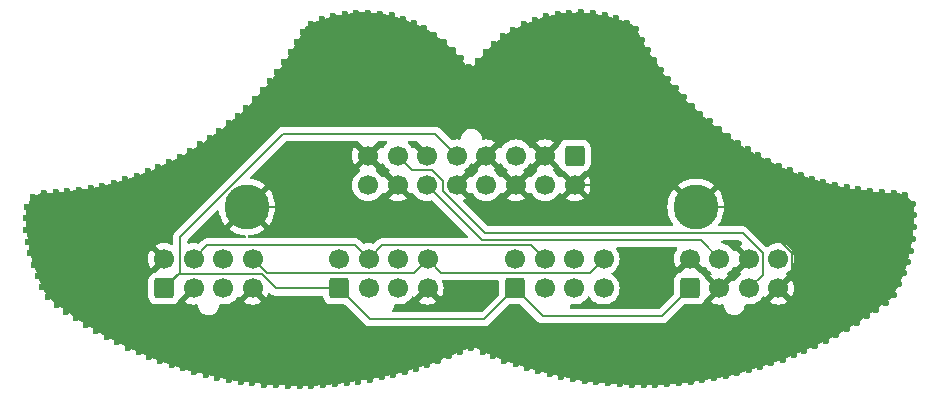
<source format=gbr>
%TF.GenerationSoftware,KiCad,Pcbnew,8.0.1-rc1*%
%TF.CreationDate,2024-05-02T00:25:51-04:00*%
%TF.ProjectId,Mustachio_v2,4d757374-6163-4686-996f-5f76322e6b69,rev?*%
%TF.SameCoordinates,Original*%
%TF.FileFunction,Copper,L1,Top*%
%TF.FilePolarity,Positive*%
%FSLAX46Y46*%
G04 Gerber Fmt 4.6, Leading zero omitted, Abs format (unit mm)*
G04 Created by KiCad (PCBNEW 8.0.1-rc1) date 2024-05-02 00:25:51*
%MOMM*%
%LPD*%
G01*
G04 APERTURE LIST*
G04 Aperture macros list*
%AMRoundRect*
0 Rectangle with rounded corners*
0 $1 Rounding radius*
0 $2 $3 $4 $5 $6 $7 $8 $9 X,Y pos of 4 corners*
0 Add a 4 corners polygon primitive as box body*
4,1,4,$2,$3,$4,$5,$6,$7,$8,$9,$2,$3,0*
0 Add four circle primitives for the rounded corners*
1,1,$1+$1,$2,$3*
1,1,$1+$1,$4,$5*
1,1,$1+$1,$6,$7*
1,1,$1+$1,$8,$9*
0 Add four rect primitives between the rounded corners*
20,1,$1+$1,$2,$3,$4,$5,0*
20,1,$1+$1,$4,$5,$6,$7,0*
20,1,$1+$1,$6,$7,$8,$9,0*
20,1,$1+$1,$8,$9,$2,$3,0*%
G04 Aperture macros list end*
%TA.AperFunction,ComponentPad*%
%ADD10C,3.800000*%
%TD*%
%TA.AperFunction,ComponentPad*%
%ADD11RoundRect,0.250000X0.600000X-0.600000X0.600000X0.600000X-0.600000X0.600000X-0.600000X-0.600000X0*%
%TD*%
%TA.AperFunction,ComponentPad*%
%ADD12C,1.700000*%
%TD*%
%TA.AperFunction,ComponentPad*%
%ADD13RoundRect,0.250000X-0.600000X0.600000X-0.600000X-0.600000X0.600000X-0.600000X0.600000X0.600000X0*%
%TD*%
%TA.AperFunction,ViaPad*%
%ADD14C,0.600000*%
%TD*%
%TA.AperFunction,Conductor*%
%ADD15C,0.200000*%
%TD*%
G04 APERTURE END LIST*
D10*
%TO.P,H102,1,1*%
%TO.N,GND*%
X96200000Y-49900000D03*
%TD*%
%TO.P,H101,1,1*%
%TO.N,GND*%
X134200000Y-49900000D03*
%TD*%
D11*
%TO.P,PROXI,1,Pin_1*%
%TO.N,Vcc_3v3*%
X118900000Y-56800000D03*
D12*
%TO.P,PROXI,2,Pin_2*%
%TO.N,unconnected-(J105-Pin_2-Pad2)*%
X121400000Y-56800000D03*
%TO.P,PROXI,3,Pin_3*%
%TO.N,SCL_I2C*%
X123900000Y-56800000D03*
%TO.P,PROXI,4,Pin_4*%
%TO.N,unconnected-(J105-Pin_4-Pad4)*%
X126400000Y-56800000D03*
%TO.P,PROXI,5,Pin_5*%
%TO.N,GND*%
X118900000Y-54300000D03*
%TO.P,PROXI,6,Pin_6*%
%TO.N,SDA_I2C*%
X121400000Y-54300000D03*
%TO.P,PROXI,7,Pin_7*%
%TO.N,unconnected-(J105-Pin_7-Pad7)*%
X123900000Y-54300000D03*
%TO.P,PROXI,8,Pin_8*%
%TO.N,RESET*%
X126400000Y-54300000D03*
%TD*%
D11*
%TO.P,BNO_2,1,Pin_1*%
%TO.N,Vcc_3v3*%
X104000000Y-56800000D03*
D12*
%TO.P,BNO_2,2,Pin_2*%
%TO.N,GND*%
X106500000Y-56800000D03*
%TO.P,BNO_2,3,Pin_3*%
%TO.N,SCL_I2C*%
X109000000Y-56800000D03*
%TO.P,BNO_2,4,Pin_4*%
%TO.N,GND*%
X111500000Y-56800000D03*
%TO.P,BNO_2,5,Pin_5*%
X104000000Y-54300000D03*
%TO.P,BNO_2,6,Pin_6*%
%TO.N,SDA_I2C*%
X106500000Y-54300000D03*
%TO.P,BNO_2,7,Pin_7*%
%TO.N,GND*%
X109000000Y-54300000D03*
%TO.P,BNO_2,8,Pin_8*%
%TO.N,RESET*%
X111500000Y-54300000D03*
%TD*%
D11*
%TO.P,BNO_1,1,Pin_1*%
%TO.N,Vcc_3v3*%
X89200000Y-56800000D03*
D12*
%TO.P,BNO_1,2,Pin_2*%
%TO.N,GND*%
X91700000Y-56800000D03*
%TO.P,BNO_1,3,Pin_3*%
%TO.N,SCL_I2C*%
X94200000Y-56800000D03*
%TO.P,BNO_1,4,Pin_4*%
%TO.N,GND*%
X96700000Y-56800000D03*
%TO.P,BNO_1,5,Pin_5*%
X89200000Y-54300000D03*
%TO.P,BNO_1,6,Pin_6*%
%TO.N,SDA_I2C*%
X91700000Y-54300000D03*
%TO.P,BNO_1,7,Pin_7*%
%TO.N,GND*%
X94200000Y-54300000D03*
%TO.P,BNO_1,8,Pin_8*%
%TO.N,RESET*%
X96700000Y-54300000D03*
%TD*%
%TO.P,ENCODEUR,8,Pin_8*%
%TO.N,unconnected-(J102-Pin_8-Pad8)*%
X141200000Y-54300000D03*
%TO.P,ENCODEUR,7,Pin_7*%
%TO.N,GND*%
X138700000Y-54300000D03*
%TO.P,ENCODEUR,6,Pin_6*%
%TO.N,ENC_IntB*%
X136200000Y-54300000D03*
%TO.P,ENCODEUR,5,Pin_5*%
%TO.N,GND*%
X133700000Y-54300000D03*
%TO.P,ENCODEUR,4,Pin_4*%
X141200000Y-56800000D03*
%TO.P,ENCODEUR,3,Pin_3*%
%TO.N,ENC_IntA*%
X138700000Y-56800000D03*
%TO.P,ENCODEUR,2,Pin_2*%
%TO.N,GND*%
X136200000Y-56800000D03*
D11*
%TO.P,ENCODEUR,1,Pin_1*%
%TO.N,Vcc_3v3*%
X133700000Y-56800000D03*
%TD*%
D13*
%TO.P,J101,1,Pin_1*%
%TO.N,Vcc_3v3*%
X123950000Y-45540000D03*
D12*
%TO.P,J101,2,Pin_2*%
%TO.N,GND*%
X121450000Y-45540000D03*
%TO.P,J101,3,Pin_3*%
%TO.N,SCL_I2C*%
X118950000Y-45540000D03*
%TO.P,J101,4,Pin_4*%
%TO.N,GND*%
X116450000Y-45540000D03*
%TO.P,J101,5,Pin_5*%
%TO.N,Vcc_3v3*%
X113950000Y-45540000D03*
%TO.P,J101,6,Pin_6*%
%TO.N,GND*%
X111450000Y-45540000D03*
%TO.P,J101,7,Pin_7*%
%TO.N,ENC_IntA*%
X108950000Y-45540000D03*
%TO.P,J101,8,Pin_8*%
%TO.N,GND*%
X106450000Y-45540000D03*
%TO.P,J101,9,Pin_9*%
X123950000Y-48040000D03*
%TO.P,J101,10,Pin_10*%
%TO.N,SDA_I2C*%
X121450000Y-48040000D03*
%TO.P,J101,11,Pin_11*%
%TO.N,GND*%
X118950000Y-48040000D03*
%TO.P,J101,12,Pin_12*%
%TO.N,RESET*%
X116450000Y-48040000D03*
%TO.P,J101,13,Pin_13*%
%TO.N,GND*%
X113950000Y-48040000D03*
%TO.P,J101,14,Pin_14*%
%TO.N,ENC_IntB*%
X111450000Y-48040000D03*
%TO.P,J101,15,Pin_15*%
%TO.N,GND*%
X108950000Y-48040000D03*
%TO.P,J101,16,Pin_16*%
%TO.N,unconnected-(J101-Pin_16-Pad16)*%
X106450000Y-48040000D03*
%TD*%
D14*
%TO.N,GND*%
X146060000Y-55830000D03*
X145610000Y-50900000D03*
X129970000Y-45720000D03*
X129720000Y-49960000D03*
X101790000Y-46740000D03*
X100660000Y-51330000D03*
X103930000Y-51230000D03*
X111260000Y-51050000D03*
X119930000Y-51010000D03*
X123501898Y-33449226D03*
X122505500Y-33550352D03*
X121530112Y-33771094D03*
X120571412Y-34062136D03*
X119645642Y-34438719D03*
X118758173Y-34903838D03*
X117916389Y-35441210D03*
X117130759Y-36061189D03*
X116410744Y-36757978D03*
X115757877Y-37517752D03*
X114984654Y-38009837D03*
X114301697Y-37325107D03*
X113627008Y-36586204D03*
X112895393Y-35902697D03*
X112081874Y-35317896D03*
X111233719Y-34786171D03*
X110337111Y-34343852D03*
X109397661Y-33997402D03*
X108446509Y-33682370D03*
X107456384Y-33533131D03*
X106459922Y-33444113D03*
X105458752Y-33434773D03*
X104464456Y-33538443D03*
X103487304Y-33759234D03*
X102515667Y-34003891D03*
X101592107Y-34385248D03*
X100920892Y-35087789D03*
X100447227Y-35969834D03*
X99911560Y-36816526D03*
X99373378Y-37661319D03*
X98775337Y-38465128D03*
X98160956Y-39256627D03*
X97525051Y-40030346D03*
X96863281Y-40782673D03*
X96155372Y-41491734D03*
X95414353Y-42165772D03*
X94652422Y-42816063D03*
X93874025Y-43446958D03*
X93056355Y-44026044D03*
X92237082Y-44602863D03*
X91389771Y-45136263D03*
X90518634Y-45630620D03*
X89623045Y-46079794D03*
X88711717Y-46496229D03*
X87790578Y-46889209D03*
X86853909Y-47244999D03*
X85905406Y-47567892D03*
X84942989Y-47846100D03*
X83971115Y-48088763D03*
X82988422Y-48282834D03*
X81999360Y-48442881D03*
X81003939Y-48553845D03*
X80005909Y-48641834D03*
X79005114Y-48687044D03*
X78089480Y-49049528D03*
X77546904Y-49869587D03*
X77490494Y-50864922D03*
X77522054Y-51866311D03*
X77676384Y-52847516D03*
X77872193Y-53828996D03*
X78151963Y-54790513D03*
X78472894Y-55739113D03*
X78883541Y-56653064D03*
X79344945Y-57541375D03*
X80116888Y-58172737D03*
X80923326Y-58766878D03*
X81749969Y-59333091D03*
X82594609Y-59871428D03*
X83451609Y-60390547D03*
X84321423Y-60887102D03*
X85207767Y-61354360D03*
X86105041Y-61799058D03*
X87021101Y-62204976D03*
X87941089Y-62601819D03*
X88875835Y-62959430D03*
X89833494Y-63254094D03*
X90791152Y-63548758D03*
X91748810Y-63843422D03*
X92717617Y-64098458D03*
X93688439Y-64346328D03*
X94675344Y-64518351D03*
X95663650Y-64683140D03*
X96653964Y-64835496D03*
X97650266Y-64932951D03*
X98650143Y-64997620D03*
X99650836Y-65046785D03*
X100652737Y-65050000D03*
X101654579Y-65042394D03*
X102656010Y-65009667D03*
X103653510Y-64921377D03*
X104649566Y-64812717D03*
X105642550Y-64680556D03*
X106633045Y-64529376D03*
X107614543Y-64330833D03*
X108590897Y-64105898D03*
X109559872Y-63850905D03*
X110524669Y-63581394D03*
X111478571Y-63275268D03*
X112419220Y-62930138D03*
X113348519Y-62556088D03*
X114272808Y-62169271D03*
X115209390Y-61822822D03*
X116147392Y-62137591D03*
X117071133Y-62525685D03*
X118000783Y-62897339D03*
X118950651Y-63216223D03*
X119896474Y-63546878D03*
X120866291Y-63797536D03*
X121838766Y-64038753D03*
X122814369Y-64267085D03*
X123799782Y-64446400D03*
X124788555Y-64608211D03*
X125781524Y-64742183D03*
X126779396Y-64830538D03*
X127778157Y-64910610D03*
X128779695Y-64939894D03*
X129781356Y-64957110D03*
X130783135Y-64941883D03*
X131784372Y-64903667D03*
X132782353Y-64815503D03*
X133777822Y-64702631D03*
X134770306Y-64566046D03*
X135759872Y-64408905D03*
X136748425Y-64246888D03*
X137718475Y-63996013D03*
X138685867Y-63735536D03*
X139646770Y-63451632D03*
X140601234Y-63147579D03*
X141548681Y-62821575D03*
X142483255Y-62461836D03*
X143406994Y-62073710D03*
X144330457Y-61685004D03*
X145213349Y-61211256D03*
X146096242Y-60737509D03*
X146969611Y-60247449D03*
X147816167Y-59711465D03*
X148658996Y-59169744D03*
X149489501Y-58609364D03*
X150297943Y-58017549D03*
X150990046Y-57322367D03*
X151434339Y-56424535D03*
X151833165Y-55506282D03*
X152154130Y-54557998D03*
X152411391Y-53590268D03*
X152573007Y-52601490D03*
X152692052Y-51606621D03*
X152715877Y-50605284D03*
X152580310Y-49620888D03*
X151900832Y-48903494D03*
X150946037Y-48674827D03*
X149945775Y-48618550D03*
X148947493Y-48532971D03*
X147954506Y-48402013D03*
X146966327Y-48237793D03*
X145986951Y-48027724D03*
X145016594Y-47778042D03*
X144056727Y-47493110D03*
X143108019Y-47170793D03*
X142181838Y-46789761D03*
X141263677Y-46388766D03*
X140353549Y-45969714D03*
X139474226Y-45491535D03*
X138609717Y-44985017D03*
X137745523Y-44477983D03*
X136921053Y-43908612D03*
X136138317Y-43284083D03*
X135366689Y-42644924D03*
X134595060Y-42005764D03*
X133859869Y-41325848D03*
X133172519Y-40596889D03*
X132524326Y-39833023D03*
X131883681Y-39062627D03*
X131261904Y-38277983D03*
X130699723Y-37448638D03*
X130173508Y-36595975D03*
X129647294Y-35743313D03*
X129169772Y-34862520D03*
X128392092Y-34280040D03*
X127457585Y-33918625D03*
X126487021Y-33671114D03*
X125500700Y-33510477D03*
X124502041Y-33429326D03*
%TD*%
D15*
%TO.N,Vcc_3v3*%
X112110000Y-43700000D02*
X113950000Y-45540000D01*
X99288730Y-43700000D02*
X112110000Y-43700000D01*
X90550000Y-52438730D02*
X99288730Y-43700000D01*
X90550000Y-55450000D02*
X90550000Y-52438730D01*
X89200000Y-56800000D02*
X90550000Y-55450000D01*
X131360000Y-59140000D02*
X133700000Y-56800000D01*
X121240000Y-59140000D02*
X131360000Y-59140000D01*
X118900000Y-56800000D02*
X121240000Y-59140000D01*
%TO.N,GND*%
X142350000Y-55650000D02*
X141200000Y-56800000D01*
X142350000Y-53823654D02*
X142350000Y-55650000D01*
X138426346Y-49900000D02*
X142350000Y-53823654D01*
X134200000Y-49900000D02*
X138426346Y-49900000D01*
X102090000Y-49900000D02*
X106450000Y-45540000D01*
X96200000Y-49900000D02*
X102090000Y-49900000D01*
%TO.N,ENC_IntB*%
X134607300Y-52707300D02*
X136200000Y-54300000D01*
X116117300Y-52707300D02*
X134607300Y-52707300D01*
X111450000Y-48040000D02*
X116117300Y-52707300D01*
%TO.N,RESET*%
X110328100Y-55471900D02*
X111500000Y-54300000D01*
X97871900Y-55471900D02*
X110328100Y-55471900D01*
X96700000Y-54300000D02*
X97871900Y-55471900D01*
X125244600Y-55455400D02*
X126400000Y-54300000D01*
X112655400Y-55455400D02*
X125244600Y-55455400D01*
X111500000Y-54300000D02*
X112655400Y-55455400D01*
%TO.N,SDA_I2C*%
X92852500Y-53147500D02*
X91700000Y-54300000D01*
X105347500Y-53147500D02*
X92852500Y-53147500D01*
X106500000Y-54300000D02*
X105347500Y-53147500D01*
X107651700Y-53148300D02*
X106500000Y-54300000D01*
X120248300Y-53148300D02*
X107651700Y-53148300D01*
X121400000Y-54300000D02*
X120248300Y-53148300D01*
%TO.N,ENC_IntA*%
X139871900Y-55628100D02*
X138700000Y-56800000D01*
X139871900Y-53821200D02*
X139871900Y-55628100D01*
X138173100Y-52122400D02*
X139871900Y-53821200D01*
X116370400Y-52122400D02*
X138173100Y-52122400D01*
X112798300Y-48550300D02*
X116370400Y-52122400D01*
X112798300Y-47722400D02*
X112798300Y-48550300D01*
X111865900Y-46790000D02*
X112798300Y-47722400D01*
X110200000Y-46790000D02*
X111865900Y-46790000D01*
X108950000Y-45540000D02*
X110200000Y-46790000D01*
%TO.N,Vcc_3v3*%
X98628400Y-56800000D02*
X104000000Y-56800000D01*
X97437400Y-55609000D02*
X98628400Y-56800000D01*
X90391000Y-55609000D02*
X97437400Y-55609000D01*
X89200000Y-56800000D02*
X90391000Y-55609000D01*
X106587100Y-59387100D02*
X104000000Y-56800000D01*
X116312900Y-59387100D02*
X106587100Y-59387100D01*
X118900000Y-56800000D02*
X116312900Y-59387100D01*
%TO.N,GND*%
X138700000Y-54300000D02*
X136200000Y-56800000D01*
X116450000Y-45540000D02*
X113950000Y-48040000D01*
X123950000Y-48040000D02*
X121450000Y-45540000D01*
X132340000Y-48040000D02*
X123950000Y-48040000D01*
X134200000Y-49900000D02*
X132340000Y-48040000D01*
X118950000Y-48040000D02*
X121450000Y-45540000D01*
%TD*%
%TA.AperFunction,Conductor*%
%TO.N,GND*%
G36*
X117492539Y-56075585D02*
G01*
X117538294Y-56128389D01*
X117549500Y-56179900D01*
X117549500Y-57249902D01*
X117529815Y-57316941D01*
X117513181Y-57337583D01*
X116100484Y-58750281D01*
X116039161Y-58783766D01*
X116012803Y-58786600D01*
X108632966Y-58786600D01*
X108565927Y-58766915D01*
X108520172Y-58714111D01*
X108510228Y-58644953D01*
X108529865Y-58593708D01*
X108548008Y-58566555D01*
X108548009Y-58566552D01*
X108548013Y-58566547D01*
X108615894Y-58402666D01*
X108649070Y-58235876D01*
X108681454Y-58173967D01*
X108742170Y-58139393D01*
X108781489Y-58136541D01*
X108979705Y-58153883D01*
X108999999Y-58155659D01*
X109000000Y-58155659D01*
X109000001Y-58155659D01*
X109058966Y-58150500D01*
X109235408Y-58135063D01*
X109463663Y-58073903D01*
X109677830Y-57974035D01*
X109871401Y-57838495D01*
X110038495Y-57671401D01*
X110148730Y-57513968D01*
X110203307Y-57470344D01*
X110272805Y-57463150D01*
X110335160Y-57494673D01*
X110351880Y-57513969D01*
X110385072Y-57561373D01*
X110385073Y-57561373D01*
X110935387Y-57011058D01*
X110940889Y-57031591D01*
X111019881Y-57168408D01*
X111131592Y-57280119D01*
X111268409Y-57359111D01*
X111288939Y-57364612D01*
X110738625Y-57914925D01*
X110822421Y-57973599D01*
X111036507Y-58073429D01*
X111036516Y-58073433D01*
X111264673Y-58134567D01*
X111264684Y-58134569D01*
X111499998Y-58155157D01*
X111500002Y-58155157D01*
X111735315Y-58134569D01*
X111735326Y-58134567D01*
X111963483Y-58073433D01*
X111963492Y-58073429D01*
X112177578Y-57973600D01*
X112177582Y-57973598D01*
X112261373Y-57914926D01*
X112261373Y-57914925D01*
X111711059Y-57364612D01*
X111731591Y-57359111D01*
X111868408Y-57280119D01*
X111980119Y-57168408D01*
X112059111Y-57031591D01*
X112064612Y-57011060D01*
X112614925Y-57561373D01*
X112614926Y-57561373D01*
X112673598Y-57477582D01*
X112673600Y-57477578D01*
X112773429Y-57263492D01*
X112773433Y-57263483D01*
X112834567Y-57035326D01*
X112834569Y-57035315D01*
X112855157Y-56800001D01*
X112855157Y-56799998D01*
X112834569Y-56564684D01*
X112834567Y-56564673D01*
X112773433Y-56336516D01*
X112773428Y-56336502D01*
X112724840Y-56232304D01*
X112714348Y-56163227D01*
X112742868Y-56099443D01*
X112801345Y-56061204D01*
X112837222Y-56055900D01*
X117425500Y-56055900D01*
X117492539Y-56075585D01*
G37*
%TD.AperFunction*%
%TA.AperFunction,Conductor*%
G36*
X132575538Y-53327485D02*
G01*
X132621293Y-53380289D01*
X132631237Y-53449447D01*
X132610074Y-53502924D01*
X132526398Y-53622424D01*
X132426570Y-53836507D01*
X132426566Y-53836516D01*
X132365432Y-54064673D01*
X132365430Y-54064684D01*
X132344843Y-54299998D01*
X132344843Y-54300001D01*
X132365430Y-54535315D01*
X132365432Y-54535326D01*
X132426566Y-54763483D01*
X132426570Y-54763492D01*
X132526400Y-54977579D01*
X132526402Y-54977583D01*
X132585072Y-55061373D01*
X132585073Y-55061373D01*
X133135387Y-54511058D01*
X133140889Y-54531591D01*
X133219881Y-54668408D01*
X133331592Y-54780119D01*
X133468409Y-54859111D01*
X133488940Y-54864612D01*
X132897739Y-55455812D01*
X132897683Y-55455756D01*
X132871767Y-55482506D01*
X132849631Y-55492332D01*
X132780674Y-55515182D01*
X132780663Y-55515187D01*
X132631342Y-55607289D01*
X132507289Y-55731342D01*
X132415187Y-55880663D01*
X132415185Y-55880668D01*
X132391409Y-55952420D01*
X132360001Y-56047203D01*
X132360001Y-56047204D01*
X132360000Y-56047204D01*
X132349500Y-56149983D01*
X132349500Y-57249901D01*
X132329815Y-57316940D01*
X132313180Y-57337582D01*
X131422074Y-58228691D01*
X131147584Y-58503181D01*
X131086261Y-58536666D01*
X131059903Y-58539500D01*
X123639771Y-58539500D01*
X123572732Y-58519815D01*
X123526977Y-58467011D01*
X123517033Y-58397853D01*
X123518153Y-58391310D01*
X123527449Y-58344575D01*
X123549070Y-58235875D01*
X123581454Y-58173967D01*
X123642170Y-58139393D01*
X123681489Y-58136541D01*
X123879705Y-58153883D01*
X123899999Y-58155659D01*
X123900000Y-58155659D01*
X123900001Y-58155659D01*
X123958966Y-58150500D01*
X124135408Y-58135063D01*
X124363663Y-58073903D01*
X124577830Y-57974035D01*
X124771401Y-57838495D01*
X124938495Y-57671401D01*
X125048425Y-57514405D01*
X125103002Y-57470780D01*
X125172500Y-57463586D01*
X125234855Y-57495109D01*
X125251575Y-57514405D01*
X125361500Y-57671395D01*
X125361505Y-57671401D01*
X125528599Y-57838495D01*
X125625384Y-57906265D01*
X125722165Y-57974032D01*
X125722167Y-57974033D01*
X125722170Y-57974035D01*
X125936337Y-58073903D01*
X126164592Y-58135063D01*
X126341034Y-58150500D01*
X126399999Y-58155659D01*
X126400000Y-58155659D01*
X126400001Y-58155659D01*
X126458966Y-58150500D01*
X126635408Y-58135063D01*
X126863663Y-58073903D01*
X127077830Y-57974035D01*
X127271401Y-57838495D01*
X127438495Y-57671401D01*
X127574035Y-57477830D01*
X127673903Y-57263663D01*
X127735063Y-57035408D01*
X127755659Y-56800000D01*
X127735063Y-56564592D01*
X127673903Y-56336337D01*
X127574035Y-56122171D01*
X127564548Y-56108621D01*
X127438494Y-55928597D01*
X127271402Y-55761506D01*
X127271396Y-55761501D01*
X127114405Y-55651575D01*
X127070780Y-55596998D01*
X127063586Y-55527500D01*
X127095109Y-55465145D01*
X127114405Y-55448425D01*
X127162248Y-55414925D01*
X127271401Y-55338495D01*
X127438495Y-55171401D01*
X127574035Y-54977830D01*
X127673903Y-54763663D01*
X127735063Y-54535408D01*
X127755659Y-54300000D01*
X127735063Y-54064592D01*
X127673903Y-53836337D01*
X127574035Y-53622171D01*
X127515536Y-53538626D01*
X127490537Y-53502923D01*
X127468210Y-53436717D01*
X127485220Y-53368950D01*
X127536168Y-53321137D01*
X127592112Y-53307800D01*
X132508499Y-53307800D01*
X132575538Y-53327485D01*
G37*
%TD.AperFunction*%
%TA.AperFunction,Conductor*%
G36*
X134814925Y-55061373D02*
G01*
X134848119Y-55013968D01*
X134902696Y-54970343D01*
X134972194Y-54963149D01*
X135034549Y-54994672D01*
X135051269Y-55013968D01*
X135161500Y-55171395D01*
X135161505Y-55171401D01*
X135328599Y-55338495D01*
X135472399Y-55439185D01*
X135486031Y-55448730D01*
X135529655Y-55503307D01*
X135536848Y-55572806D01*
X135505326Y-55635160D01*
X135486030Y-55651880D01*
X135438626Y-55685072D01*
X135438625Y-55685072D01*
X135988940Y-56235387D01*
X135968409Y-56240889D01*
X135831592Y-56319881D01*
X135719881Y-56431592D01*
X135640889Y-56568409D01*
X135635387Y-56588939D01*
X135044187Y-55997739D01*
X135044242Y-55997683D01*
X135017493Y-55971767D01*
X135007666Y-55949630D01*
X135000697Y-55928599D01*
X134984814Y-55880666D01*
X134892712Y-55731344D01*
X134768656Y-55607288D01*
X134639793Y-55527805D01*
X134619336Y-55515187D01*
X134619331Y-55515185D01*
X134615881Y-55514041D01*
X134550367Y-55492332D01*
X134492923Y-55452560D01*
X134488592Y-55442144D01*
X133911059Y-54864612D01*
X133931591Y-54859111D01*
X134068408Y-54780119D01*
X134180119Y-54668408D01*
X134259111Y-54531591D01*
X134264612Y-54511060D01*
X134814925Y-55061373D01*
G37*
%TD.AperFunction*%
%TA.AperFunction,Conductor*%
G36*
X138140889Y-54531591D02*
G01*
X138219881Y-54668408D01*
X138331592Y-54780119D01*
X138468409Y-54859111D01*
X138488938Y-54864611D01*
X137938625Y-55414925D01*
X137986031Y-55448119D01*
X138029656Y-55502696D01*
X138036850Y-55572194D01*
X138005327Y-55634549D01*
X137986032Y-55651269D01*
X137828594Y-55761508D01*
X137661508Y-55928594D01*
X137551269Y-56086032D01*
X137496692Y-56129656D01*
X137427193Y-56136849D01*
X137364839Y-56105327D01*
X137348119Y-56086031D01*
X137314926Y-56038626D01*
X137314925Y-56038625D01*
X136764612Y-56588939D01*
X136759111Y-56568409D01*
X136680119Y-56431592D01*
X136568408Y-56319881D01*
X136431591Y-56240889D01*
X136411059Y-56235387D01*
X136961373Y-55685073D01*
X136961373Y-55685072D01*
X136913969Y-55651880D01*
X136870344Y-55597303D01*
X136863150Y-55527805D01*
X136894673Y-55465450D01*
X136913969Y-55448730D01*
X136927601Y-55439185D01*
X137071401Y-55338495D01*
X137238495Y-55171401D01*
X137348730Y-55013968D01*
X137403307Y-54970344D01*
X137472805Y-54963150D01*
X137535160Y-54994673D01*
X137551880Y-55013969D01*
X137585072Y-55061373D01*
X137585073Y-55061373D01*
X138135387Y-54511059D01*
X138140889Y-54531591D01*
G37*
%TD.AperFunction*%
%TA.AperFunction,Conductor*%
G36*
X137940042Y-52742585D02*
G01*
X137960684Y-52759219D01*
X138105507Y-52904042D01*
X138138992Y-52965365D01*
X138134008Y-53035057D01*
X138092136Y-53090990D01*
X138070233Y-53104104D01*
X138022420Y-53126400D01*
X137938625Y-53185072D01*
X138488940Y-53735387D01*
X138468409Y-53740889D01*
X138331592Y-53819881D01*
X138219881Y-53931592D01*
X138140889Y-54068409D01*
X138135387Y-54088939D01*
X137585073Y-53538625D01*
X137585071Y-53538626D01*
X137551879Y-53586031D01*
X137497302Y-53629656D01*
X137427804Y-53636850D01*
X137365449Y-53605327D01*
X137348732Y-53586034D01*
X137238495Y-53428599D01*
X137071401Y-53261505D01*
X137032521Y-53234281D01*
X136877834Y-53125967D01*
X136877830Y-53125965D01*
X136796487Y-53088034D01*
X136663663Y-53026097D01*
X136663659Y-53026096D01*
X136663655Y-53026094D01*
X136465628Y-52973034D01*
X136441893Y-52966674D01*
X136382233Y-52930310D01*
X136351704Y-52867464D01*
X136359998Y-52798088D01*
X136404484Y-52744210D01*
X136471035Y-52722935D01*
X136473987Y-52722900D01*
X137873003Y-52722900D01*
X137940042Y-52742585D01*
G37*
%TD.AperFunction*%
%TA.AperFunction,Conductor*%
G36*
X93751171Y-50189306D02*
G01*
X93807104Y-50231178D01*
X93829641Y-50282252D01*
X93870806Y-50498041D01*
X93964125Y-50785247D01*
X93964127Y-50785252D01*
X94092704Y-51058491D01*
X94092707Y-51058497D01*
X94254516Y-51313469D01*
X94335311Y-51411133D01*
X95263708Y-50482736D01*
X95360967Y-50616602D01*
X95483398Y-50739033D01*
X95617262Y-50836290D01*
X94686564Y-51766987D01*
X94686565Y-51766989D01*
X94911461Y-51930385D01*
X94911479Y-51930397D01*
X95176109Y-52075878D01*
X95176117Y-52075882D01*
X95456889Y-52187047D01*
X95456892Y-52187048D01*
X95749399Y-52262150D01*
X96048827Y-52299978D01*
X96112870Y-52327910D01*
X96151646Y-52386032D01*
X96152843Y-52455891D01*
X96116081Y-52515308D01*
X96053032Y-52545417D01*
X96033285Y-52547000D01*
X92773443Y-52547000D01*
X92620714Y-52587923D01*
X92594740Y-52602920D01*
X92594739Y-52602920D01*
X92483787Y-52666977D01*
X92483782Y-52666981D01*
X92371978Y-52778786D01*
X92183530Y-52967233D01*
X92122207Y-53000718D01*
X92063756Y-52999327D01*
X91935413Y-52964938D01*
X91935403Y-52964936D01*
X91700001Y-52944341D01*
X91699999Y-52944341D01*
X91464596Y-52964936D01*
X91464583Y-52964939D01*
X91306592Y-53007271D01*
X91236742Y-53005608D01*
X91178880Y-52966445D01*
X91151377Y-52902216D01*
X91150500Y-52887496D01*
X91150500Y-52738826D01*
X91170185Y-52671787D01*
X91186814Y-52651150D01*
X93620160Y-50217804D01*
X93681479Y-50184322D01*
X93751171Y-50189306D01*
G37*
%TD.AperFunction*%
%TA.AperFunction,Conductor*%
G36*
X105631241Y-44320185D02*
G01*
X105676996Y-44372989D01*
X105685413Y-44421860D01*
X106238940Y-44975387D01*
X106218409Y-44980889D01*
X106081592Y-45059881D01*
X105969881Y-45171592D01*
X105890889Y-45308409D01*
X105885387Y-45328940D01*
X105335072Y-44778625D01*
X105276401Y-44862419D01*
X105176570Y-45076507D01*
X105176566Y-45076516D01*
X105115432Y-45304673D01*
X105115430Y-45304684D01*
X105094843Y-45539998D01*
X105094843Y-45540001D01*
X105115430Y-45775315D01*
X105115432Y-45775326D01*
X105176566Y-46003483D01*
X105176570Y-46003492D01*
X105276400Y-46217579D01*
X105276402Y-46217583D01*
X105335072Y-46301373D01*
X105335073Y-46301373D01*
X105885387Y-45751059D01*
X105890889Y-45771591D01*
X105969881Y-45908408D01*
X106081592Y-46020119D01*
X106218409Y-46099111D01*
X106238939Y-46104612D01*
X105688625Y-46654925D01*
X105736031Y-46688119D01*
X105779656Y-46742696D01*
X105786850Y-46812194D01*
X105755327Y-46874549D01*
X105736032Y-46891269D01*
X105578594Y-47001508D01*
X105411505Y-47168597D01*
X105275965Y-47362169D01*
X105275964Y-47362171D01*
X105176098Y-47576335D01*
X105176094Y-47576344D01*
X105114938Y-47804586D01*
X105114936Y-47804596D01*
X105094341Y-48039999D01*
X105094341Y-48040000D01*
X105114936Y-48275403D01*
X105114938Y-48275413D01*
X105176094Y-48503655D01*
X105176096Y-48503659D01*
X105176097Y-48503663D01*
X105266063Y-48696596D01*
X105275965Y-48717830D01*
X105275967Y-48717834D01*
X105324954Y-48787794D01*
X105411505Y-48911401D01*
X105578599Y-49078495D01*
X105616328Y-49104913D01*
X105772165Y-49214032D01*
X105772167Y-49214033D01*
X105772170Y-49214035D01*
X105986337Y-49313903D01*
X105986343Y-49313904D01*
X105986344Y-49313905D01*
X106040523Y-49328422D01*
X106214592Y-49375063D01*
X106402918Y-49391539D01*
X106449999Y-49395659D01*
X106450000Y-49395659D01*
X106450001Y-49395659D01*
X106489234Y-49392226D01*
X106685408Y-49375063D01*
X106913663Y-49313903D01*
X107127830Y-49214035D01*
X107321401Y-49078495D01*
X107488495Y-48911401D01*
X107598730Y-48753968D01*
X107653307Y-48710344D01*
X107722805Y-48703150D01*
X107785160Y-48734673D01*
X107801880Y-48753969D01*
X107835072Y-48801373D01*
X107835073Y-48801373D01*
X108385387Y-48251059D01*
X108390889Y-48271591D01*
X108469881Y-48408408D01*
X108581592Y-48520119D01*
X108718409Y-48599111D01*
X108738939Y-48604612D01*
X108188625Y-49154925D01*
X108272421Y-49213599D01*
X108486507Y-49313429D01*
X108486516Y-49313433D01*
X108714673Y-49374567D01*
X108714684Y-49374569D01*
X108949998Y-49395157D01*
X108950002Y-49395157D01*
X109185315Y-49374569D01*
X109185326Y-49374567D01*
X109413483Y-49313433D01*
X109413492Y-49313429D01*
X109627578Y-49213600D01*
X109627582Y-49213598D01*
X109711373Y-49154926D01*
X109711373Y-49154925D01*
X109161059Y-48604612D01*
X109181591Y-48599111D01*
X109318408Y-48520119D01*
X109430119Y-48408408D01*
X109509111Y-48271591D01*
X109514612Y-48251059D01*
X110064925Y-48801373D01*
X110098119Y-48753968D01*
X110152696Y-48710343D01*
X110222194Y-48703149D01*
X110284549Y-48734672D01*
X110301269Y-48753968D01*
X110411500Y-48911395D01*
X110411505Y-48911401D01*
X110578599Y-49078495D01*
X110616328Y-49104913D01*
X110772165Y-49214032D01*
X110772167Y-49214033D01*
X110772170Y-49214035D01*
X110986337Y-49313903D01*
X110986343Y-49313904D01*
X110986344Y-49313905D01*
X111040523Y-49328422D01*
X111214592Y-49375063D01*
X111402918Y-49391539D01*
X111449999Y-49395659D01*
X111450000Y-49395659D01*
X111450001Y-49395659D01*
X111489234Y-49392226D01*
X111685408Y-49375063D01*
X111813757Y-49340672D01*
X111883606Y-49342335D01*
X111933531Y-49372766D01*
X114896884Y-52336119D01*
X114930369Y-52397442D01*
X114925385Y-52467134D01*
X114883513Y-52523067D01*
X114818049Y-52547484D01*
X114809203Y-52547800D01*
X107738370Y-52547800D01*
X107738354Y-52547799D01*
X107730758Y-52547799D01*
X107572643Y-52547799D01*
X107496279Y-52568261D01*
X107419914Y-52588723D01*
X107419909Y-52588726D01*
X107282990Y-52667775D01*
X107282986Y-52667778D01*
X106983529Y-52967234D01*
X106922206Y-53000718D01*
X106863755Y-52999327D01*
X106735413Y-52964938D01*
X106735403Y-52964936D01*
X106500001Y-52944341D01*
X106499999Y-52944341D01*
X106264596Y-52964936D01*
X106264583Y-52964939D01*
X106136241Y-52999327D01*
X106066392Y-52997664D01*
X106016468Y-52967233D01*
X105835090Y-52785855D01*
X105835088Y-52785852D01*
X105716217Y-52666981D01*
X105716209Y-52666975D01*
X105605261Y-52602920D01*
X105605260Y-52602919D01*
X105587002Y-52592378D01*
X105579285Y-52587923D01*
X105426557Y-52546999D01*
X105268443Y-52546999D01*
X105260847Y-52546999D01*
X105260831Y-52547000D01*
X96366715Y-52547000D01*
X96299676Y-52527315D01*
X96253921Y-52474511D01*
X96243977Y-52405353D01*
X96273002Y-52341797D01*
X96331780Y-52304023D01*
X96351173Y-52299978D01*
X96650600Y-52262150D01*
X96943107Y-52187048D01*
X96943110Y-52187047D01*
X97223882Y-52075882D01*
X97223890Y-52075878D01*
X97488520Y-51930397D01*
X97488530Y-51930390D01*
X97713433Y-51766987D01*
X97713434Y-51766987D01*
X96782737Y-50836290D01*
X96916602Y-50739033D01*
X97039033Y-50616602D01*
X97136290Y-50482737D01*
X98064687Y-51411134D01*
X98145486Y-51313464D01*
X98307292Y-51058497D01*
X98307295Y-51058491D01*
X98435872Y-50785252D01*
X98435874Y-50785247D01*
X98529194Y-50498040D01*
X98585783Y-50201390D01*
X98585784Y-50201383D01*
X98604745Y-49900005D01*
X98604745Y-49899994D01*
X98585784Y-49598616D01*
X98585783Y-49598609D01*
X98529194Y-49301959D01*
X98435874Y-49014752D01*
X98435872Y-49014747D01*
X98307295Y-48741508D01*
X98307292Y-48741502D01*
X98145483Y-48486530D01*
X98064686Y-48388864D01*
X97136289Y-49317261D01*
X97039033Y-49183398D01*
X96916602Y-49060967D01*
X96782736Y-48963709D01*
X97713434Y-48033011D01*
X97713433Y-48033009D01*
X97488538Y-47869614D01*
X97488520Y-47869602D01*
X97223890Y-47724121D01*
X97223882Y-47724117D01*
X96943110Y-47612952D01*
X96943107Y-47612951D01*
X96650600Y-47537849D01*
X96590544Y-47530262D01*
X96526501Y-47502330D01*
X96487725Y-47444208D01*
X96486528Y-47374348D01*
X96518403Y-47319561D01*
X99501146Y-44336819D01*
X99562469Y-44303334D01*
X99588827Y-44300500D01*
X105564202Y-44300500D01*
X105631241Y-44320185D01*
G37*
%TD.AperFunction*%
%TA.AperFunction,Conductor*%
G36*
X107564925Y-46301373D02*
G01*
X107598119Y-46253968D01*
X107652696Y-46210343D01*
X107722194Y-46203149D01*
X107784549Y-46234672D01*
X107801269Y-46253968D01*
X107896777Y-46390368D01*
X107911505Y-46411401D01*
X108078599Y-46578495D01*
X108229763Y-46684341D01*
X108236031Y-46688730D01*
X108279655Y-46743307D01*
X108286848Y-46812806D01*
X108255326Y-46875160D01*
X108236030Y-46891880D01*
X108188626Y-46925072D01*
X108188625Y-46925072D01*
X108738940Y-47475387D01*
X108718409Y-47480889D01*
X108581592Y-47559881D01*
X108469881Y-47671592D01*
X108390889Y-47808409D01*
X108385387Y-47828940D01*
X107835072Y-47278625D01*
X107835071Y-47278626D01*
X107801879Y-47326031D01*
X107747302Y-47369656D01*
X107677804Y-47376850D01*
X107615449Y-47345327D01*
X107598730Y-47326032D01*
X107488495Y-47168599D01*
X107321401Y-47001505D01*
X107321399Y-47001504D01*
X107321396Y-47001501D01*
X107163968Y-46891269D01*
X107120343Y-46836692D01*
X107113149Y-46767194D01*
X107144672Y-46704839D01*
X107163968Y-46688119D01*
X107211373Y-46654925D01*
X106661059Y-46104612D01*
X106681591Y-46099111D01*
X106818408Y-46020119D01*
X106930119Y-45908408D01*
X107009111Y-45771591D01*
X107014612Y-45751060D01*
X107564925Y-46301373D01*
G37*
%TD.AperFunction*%
%TA.AperFunction,Conductor*%
G36*
X115890889Y-45771591D02*
G01*
X115969881Y-45908408D01*
X116081592Y-46020119D01*
X116218409Y-46099111D01*
X116238939Y-46104612D01*
X115688625Y-46654925D01*
X115736031Y-46688119D01*
X115779656Y-46742696D01*
X115786850Y-46812194D01*
X115755327Y-46874549D01*
X115736032Y-46891269D01*
X115578594Y-47001508D01*
X115411508Y-47168594D01*
X115301269Y-47326032D01*
X115246692Y-47369656D01*
X115177193Y-47376849D01*
X115114839Y-47345327D01*
X115098119Y-47326031D01*
X115064926Y-47278626D01*
X115064925Y-47278625D01*
X114514612Y-47828939D01*
X114509111Y-47808409D01*
X114430119Y-47671592D01*
X114318408Y-47559881D01*
X114181591Y-47480889D01*
X114161059Y-47475387D01*
X114711373Y-46925073D01*
X114711373Y-46925072D01*
X114663969Y-46891880D01*
X114620344Y-46837303D01*
X114613150Y-46767805D01*
X114644673Y-46705450D01*
X114663969Y-46688730D01*
X114670237Y-46684341D01*
X114821401Y-46578495D01*
X114988495Y-46411401D01*
X115098730Y-46253968D01*
X115153307Y-46210344D01*
X115222805Y-46203150D01*
X115285160Y-46234673D01*
X115301880Y-46253969D01*
X115335073Y-46301373D01*
X115885387Y-45751058D01*
X115890889Y-45771591D01*
G37*
%TD.AperFunction*%
%TA.AperFunction,Conductor*%
G36*
X117564925Y-46301373D02*
G01*
X117598119Y-46253968D01*
X117652696Y-46210343D01*
X117722194Y-46203149D01*
X117784549Y-46234672D01*
X117801269Y-46253968D01*
X117896777Y-46390368D01*
X117911505Y-46411401D01*
X118078599Y-46578495D01*
X118229763Y-46684341D01*
X118236031Y-46688730D01*
X118279655Y-46743307D01*
X118286848Y-46812806D01*
X118255326Y-46875160D01*
X118236030Y-46891880D01*
X118188626Y-46925072D01*
X118188625Y-46925072D01*
X118738940Y-47475387D01*
X118718409Y-47480889D01*
X118581592Y-47559881D01*
X118469881Y-47671592D01*
X118390889Y-47808409D01*
X118385387Y-47828939D01*
X117835073Y-47278625D01*
X117835071Y-47278626D01*
X117801879Y-47326031D01*
X117747302Y-47369656D01*
X117677804Y-47376850D01*
X117615449Y-47345327D01*
X117598730Y-47326032D01*
X117488495Y-47168599D01*
X117321401Y-47001505D01*
X117321399Y-47001504D01*
X117321396Y-47001501D01*
X117163968Y-46891269D01*
X117120343Y-46836692D01*
X117113149Y-46767194D01*
X117144672Y-46704839D01*
X117163968Y-46688119D01*
X117211373Y-46654925D01*
X116661059Y-46104612D01*
X116681591Y-46099111D01*
X116818408Y-46020119D01*
X116930119Y-45908408D01*
X117009111Y-45771591D01*
X117014612Y-45751060D01*
X117564925Y-46301373D01*
G37*
%TD.AperFunction*%
%TA.AperFunction,Conductor*%
G36*
X120890889Y-45771591D02*
G01*
X120969881Y-45908408D01*
X121081592Y-46020119D01*
X121218409Y-46099111D01*
X121238939Y-46104612D01*
X120688625Y-46654925D01*
X120736031Y-46688119D01*
X120779656Y-46742696D01*
X120786850Y-46812194D01*
X120755327Y-46874549D01*
X120736032Y-46891269D01*
X120578594Y-47001508D01*
X120411508Y-47168594D01*
X120301269Y-47326032D01*
X120246692Y-47369656D01*
X120177193Y-47376849D01*
X120114839Y-47345327D01*
X120098119Y-47326031D01*
X120064926Y-47278626D01*
X120064925Y-47278625D01*
X119514612Y-47828939D01*
X119509111Y-47808409D01*
X119430119Y-47671592D01*
X119318408Y-47559881D01*
X119181591Y-47480889D01*
X119161059Y-47475387D01*
X119711373Y-46925073D01*
X119711373Y-46925072D01*
X119663969Y-46891880D01*
X119620344Y-46837303D01*
X119613150Y-46767805D01*
X119644673Y-46705450D01*
X119663969Y-46688730D01*
X119670237Y-46684341D01*
X119821401Y-46578495D01*
X119988495Y-46411401D01*
X120098730Y-46253968D01*
X120153307Y-46210344D01*
X120222805Y-46203150D01*
X120285160Y-46234673D01*
X120301880Y-46253969D01*
X120335072Y-46301373D01*
X120335073Y-46301373D01*
X120885387Y-45751059D01*
X120890889Y-45771591D01*
G37*
%TD.AperFunction*%
%TA.AperFunction,Conductor*%
G36*
X122605812Y-46342260D02*
G01*
X122605756Y-46342315D01*
X122632496Y-46368215D01*
X122642332Y-46390367D01*
X122665186Y-46459334D01*
X122757288Y-46608656D01*
X122881344Y-46732712D01*
X123030666Y-46824814D01*
X123099631Y-46847666D01*
X123157075Y-46887439D01*
X123161404Y-46897852D01*
X123738940Y-47475387D01*
X123718409Y-47480889D01*
X123581592Y-47559881D01*
X123469881Y-47671592D01*
X123390889Y-47808409D01*
X123385387Y-47828939D01*
X122835073Y-47278625D01*
X122835071Y-47278626D01*
X122801879Y-47326031D01*
X122747302Y-47369656D01*
X122677804Y-47376850D01*
X122615449Y-47345327D01*
X122598730Y-47326032D01*
X122488495Y-47168599D01*
X122321401Y-47001505D01*
X122321399Y-47001504D01*
X122321396Y-47001501D01*
X122163968Y-46891269D01*
X122120343Y-46836692D01*
X122113149Y-46767194D01*
X122144672Y-46704839D01*
X122163968Y-46688119D01*
X122211373Y-46654925D01*
X121661059Y-46104612D01*
X121681591Y-46099111D01*
X121818408Y-46020119D01*
X121930119Y-45908408D01*
X122009111Y-45771591D01*
X122014612Y-45751060D01*
X122605812Y-46342260D01*
G37*
%TD.AperFunction*%
%TA.AperFunction,Conductor*%
G36*
X110631241Y-44320185D02*
G01*
X110676996Y-44372989D01*
X110685413Y-44421860D01*
X111238940Y-44975387D01*
X111218409Y-44980889D01*
X111081592Y-45059881D01*
X110969881Y-45171592D01*
X110890889Y-45308409D01*
X110885387Y-45328940D01*
X110335072Y-44778625D01*
X110335071Y-44778626D01*
X110301879Y-44826031D01*
X110247302Y-44869656D01*
X110177804Y-44876850D01*
X110115449Y-44845327D01*
X110098730Y-44826032D01*
X109988495Y-44668599D01*
X109832075Y-44512179D01*
X109798592Y-44450858D01*
X109803576Y-44381167D01*
X109845447Y-44325233D01*
X109910912Y-44300816D01*
X109919758Y-44300500D01*
X110564202Y-44300500D01*
X110631241Y-44320185D01*
G37*
%TD.AperFunction*%
%TA.AperFunction,Conductor*%
G36*
X108047280Y-44320185D02*
G01*
X108093035Y-44372989D01*
X108102979Y-44442147D01*
X108073954Y-44505703D01*
X108067922Y-44512181D01*
X107911508Y-44668594D01*
X107801269Y-44826032D01*
X107746692Y-44869656D01*
X107677193Y-44876849D01*
X107614839Y-44845327D01*
X107598119Y-44826031D01*
X107564926Y-44778626D01*
X107564925Y-44778625D01*
X107014612Y-45328939D01*
X107009111Y-45308409D01*
X106930119Y-45171592D01*
X106818408Y-45059881D01*
X106681591Y-44980889D01*
X106661059Y-44975387D01*
X107215068Y-44421378D01*
X107226036Y-44366807D01*
X107274651Y-44316624D01*
X107335797Y-44300500D01*
X107980241Y-44300500D01*
X108047280Y-44320185D01*
G37*
%TD.AperFunction*%
%TA.AperFunction,Conductor*%
G36*
X124362930Y-33429466D02*
G01*
X124996322Y-33457710D01*
X125003673Y-33458257D01*
X125634295Y-33524152D01*
X125641551Y-33525129D01*
X126267101Y-33628434D01*
X126274344Y-33629852D01*
X126892640Y-33770205D01*
X126899778Y-33772052D01*
X127508614Y-33948953D01*
X127515641Y-33951223D01*
X128112860Y-34164042D01*
X128119710Y-34166715D01*
X128650886Y-34392466D01*
X128660869Y-34397460D01*
X128712884Y-34419132D01*
X128717037Y-34420951D01*
X128726375Y-34425253D01*
X128732136Y-34428091D01*
X128846149Y-34488005D01*
X128864670Y-34499951D01*
X128965220Y-34578299D01*
X128981338Y-34593345D01*
X129066414Y-34688261D01*
X129079615Y-34705927D01*
X129149436Y-34819123D01*
X129154807Y-34828767D01*
X129183389Y-34885932D01*
X129187375Y-34892694D01*
X129355043Y-35222114D01*
X129373173Y-35257733D01*
X129844055Y-36101816D01*
X129844058Y-36101820D01*
X130346696Y-36927389D01*
X130611405Y-37327112D01*
X130880358Y-37733245D01*
X131094024Y-38030672D01*
X131444280Y-38518235D01*
X132037631Y-39281201D01*
X132037636Y-39281207D01*
X132659577Y-40021070D01*
X132659588Y-40021082D01*
X133309193Y-40736744D01*
X133985562Y-41427212D01*
X134458739Y-41874858D01*
X134687693Y-42091459D01*
X135144338Y-42491683D01*
X135414575Y-42728531D01*
X136165145Y-43337498D01*
X136938335Y-43917490D01*
X137492019Y-44300816D01*
X137708742Y-44450858D01*
X137733019Y-44467665D01*
X138548035Y-44987218D01*
X139382224Y-45475410D01*
X140062167Y-45839357D01*
X140234380Y-45931536D01*
X141103257Y-46354927D01*
X141987604Y-46744975D01*
X142886143Y-47101116D01*
X143797573Y-47422834D01*
X144720577Y-47709665D01*
X145653819Y-47961193D01*
X146112808Y-48066357D01*
X146595939Y-48177053D01*
X146595950Y-48177055D01*
X147545608Y-48356938D01*
X148501418Y-48500582D01*
X149462000Y-48607780D01*
X150425962Y-48678377D01*
X150863777Y-48693726D01*
X150881568Y-48695643D01*
X150901937Y-48699341D01*
X150931053Y-48696939D01*
X150945580Y-48696596D01*
X150974789Y-48697622D01*
X150978838Y-48696687D01*
X151005376Y-48693518D01*
X151188787Y-48691536D01*
X151206433Y-48692608D01*
X151394402Y-48717578D01*
X151416895Y-48720566D01*
X151434232Y-48724143D01*
X151638575Y-48781786D01*
X151655214Y-48787792D01*
X151849263Y-48873942D01*
X151864875Y-48882254D01*
X152044686Y-48995161D01*
X152058959Y-49005615D01*
X152144858Y-49078493D01*
X152220853Y-49142969D01*
X152233498Y-49155355D01*
X152374186Y-49314362D01*
X152384940Y-49328423D01*
X152501544Y-49505829D01*
X152510187Y-49521278D01*
X152600347Y-49713492D01*
X152606701Y-49730014D01*
X152668572Y-49933106D01*
X152672508Y-49950363D01*
X152691471Y-50073462D01*
X152692815Y-50087323D01*
X152695262Y-50147744D01*
X152695347Y-50150730D01*
X152706019Y-50802027D01*
X152705973Y-50808004D01*
X152685300Y-51457500D01*
X152684966Y-51463467D01*
X152633021Y-52111208D01*
X152632400Y-52117152D01*
X152549305Y-52761643D01*
X152548398Y-52767551D01*
X152434346Y-53407280D01*
X152433156Y-53413136D01*
X152288408Y-54046652D01*
X152286936Y-54052445D01*
X152111842Y-54678205D01*
X152110094Y-54683920D01*
X151905040Y-55300557D01*
X151903018Y-55306181D01*
X151668492Y-55912214D01*
X151666201Y-55917734D01*
X151402752Y-56511753D01*
X151400198Y-56517157D01*
X151108439Y-57097778D01*
X151105628Y-57103052D01*
X150841053Y-57571809D01*
X150808834Y-57609018D01*
X150003031Y-58231004D01*
X149999700Y-58233487D01*
X149079552Y-58895763D01*
X149076141Y-58898133D01*
X148134280Y-59529248D01*
X148130790Y-59531502D01*
X147168372Y-60130681D01*
X147164810Y-60132817D01*
X146182831Y-60699443D01*
X146179198Y-60701459D01*
X145178811Y-61234864D01*
X145175114Y-61236757D01*
X144157375Y-61736379D01*
X144153616Y-61738146D01*
X143119771Y-62203372D01*
X143115955Y-62205013D01*
X142067100Y-62635351D01*
X142063231Y-62636864D01*
X141000488Y-63031853D01*
X140996570Y-63033234D01*
X139921276Y-63392378D01*
X139917315Y-63393628D01*
X138830537Y-63716570D01*
X138826536Y-63717686D01*
X137729585Y-64004036D01*
X137725548Y-64005018D01*
X136619610Y-64254467D01*
X136615544Y-64255313D01*
X135501854Y-64467583D01*
X135497761Y-64468292D01*
X134377614Y-64643136D01*
X134373499Y-64643708D01*
X133248119Y-64780934D01*
X133243988Y-64781368D01*
X132114623Y-64880824D01*
X132110479Y-64881119D01*
X130978428Y-64942691D01*
X130974277Y-64942847D01*
X129840803Y-64966466D01*
X129836649Y-64966483D01*
X128703021Y-64952123D01*
X128698869Y-64952001D01*
X127566355Y-64899679D01*
X127562209Y-64899418D01*
X126432070Y-64809189D01*
X126427936Y-64808789D01*
X125301475Y-64680760D01*
X125297356Y-64680222D01*
X124175797Y-64514532D01*
X124171698Y-64513856D01*
X123056317Y-64310691D01*
X123052244Y-64309878D01*
X123046202Y-64308567D01*
X121944314Y-64069472D01*
X121940269Y-64068523D01*
X120841022Y-63791144D01*
X120837012Y-63790061D01*
X119747613Y-63476001D01*
X119743642Y-63474783D01*
X118665458Y-63124438D01*
X118661529Y-63123089D01*
X117595605Y-62736797D01*
X117591724Y-62735316D01*
X116674506Y-62367711D01*
X116539368Y-62313550D01*
X116535545Y-62311943D01*
X116495282Y-62294219D01*
X116288910Y-62203372D01*
X115554861Y-61880237D01*
X115542519Y-61873006D01*
X115542232Y-61873515D01*
X115535155Y-61869514D01*
X115487914Y-61850447D01*
X115482472Y-61848098D01*
X115436169Y-61826782D01*
X115432826Y-61825746D01*
X115420013Y-61822117D01*
X115419949Y-61822344D01*
X115413661Y-61820556D01*
X115285377Y-61798305D01*
X115285373Y-61798305D01*
X115155282Y-61803531D01*
X115051371Y-61830287D01*
X115043775Y-61831991D01*
X115036112Y-61833458D01*
X115032844Y-61834541D01*
X115031097Y-61835288D01*
X115029208Y-61835993D01*
X114974900Y-61863082D01*
X114973585Y-61863728D01*
X114839151Y-61928810D01*
X114834958Y-61930744D01*
X113795939Y-62386813D01*
X113792103Y-62388421D01*
X112735519Y-62810533D01*
X112731632Y-62812011D01*
X111661474Y-63198462D01*
X111657540Y-63199808D01*
X110575054Y-63550147D01*
X110571077Y-63551361D01*
X109477455Y-63865205D01*
X109473439Y-63866285D01*
X108369895Y-64143285D01*
X108365845Y-64144230D01*
X107253617Y-64384074D01*
X107249538Y-64384882D01*
X106129916Y-64587291D01*
X106125812Y-64587962D01*
X105000023Y-64752716D01*
X104995898Y-64753249D01*
X103865241Y-64880158D01*
X103861101Y-64880553D01*
X102726777Y-64969480D01*
X102722627Y-64969735D01*
X101585994Y-65020576D01*
X101581837Y-65020692D01*
X100444145Y-65033390D01*
X100439986Y-65033367D01*
X99302477Y-65007908D01*
X99298322Y-65007745D01*
X98162328Y-64944159D01*
X98158180Y-64943857D01*
X98146919Y-64942847D01*
X98093047Y-64938015D01*
X97024953Y-64842214D01*
X97020818Y-64841773D01*
X95891646Y-64702190D01*
X95887528Y-64701611D01*
X94763652Y-64524239D01*
X94759556Y-64523522D01*
X93642269Y-64308567D01*
X93638199Y-64307713D01*
X92528747Y-64055413D01*
X92524708Y-64054423D01*
X91424334Y-63765060D01*
X91420331Y-63763935D01*
X90330310Y-63437848D01*
X90326346Y-63436590D01*
X89247821Y-63074119D01*
X89243902Y-63072728D01*
X88178153Y-62674301D01*
X88174283Y-62672779D01*
X87122530Y-62238854D01*
X87118713Y-62237204D01*
X86082084Y-61768248D01*
X86078324Y-61766471D01*
X85057970Y-61263003D01*
X85054272Y-61261100D01*
X84051420Y-60723724D01*
X84047788Y-60721699D01*
X83063491Y-60150983D01*
X83059929Y-60148837D01*
X82095334Y-59545443D01*
X82091846Y-59543179D01*
X81148015Y-58907771D01*
X81144605Y-58905391D01*
X80222630Y-58238706D01*
X80219301Y-58236213D01*
X79411101Y-57609478D01*
X79379102Y-57572438D01*
X79114177Y-57103059D01*
X79111366Y-57097786D01*
X79048479Y-56972638D01*
X78819587Y-56517127D01*
X78817048Y-56511753D01*
X78611020Y-56047204D01*
X78553600Y-55917734D01*
X78551309Y-55912214D01*
X78471955Y-55707157D01*
X78316770Y-55306147D01*
X78314772Y-55300591D01*
X78109706Y-54683921D01*
X78107958Y-54678206D01*
X78024235Y-54378991D01*
X78002133Y-54300001D01*
X87844843Y-54300001D01*
X87865430Y-54535315D01*
X87865432Y-54535326D01*
X87926566Y-54763483D01*
X87926570Y-54763492D01*
X88026400Y-54977579D01*
X88026402Y-54977583D01*
X88085072Y-55061373D01*
X88085073Y-55061373D01*
X88635387Y-54511059D01*
X88640889Y-54531591D01*
X88719881Y-54668408D01*
X88831592Y-54780119D01*
X88968409Y-54859111D01*
X88988939Y-54864611D01*
X88397739Y-55455812D01*
X88397683Y-55455756D01*
X88371767Y-55482506D01*
X88349631Y-55492332D01*
X88280674Y-55515182D01*
X88280663Y-55515187D01*
X88131342Y-55607289D01*
X88007289Y-55731342D01*
X87915187Y-55880663D01*
X87915185Y-55880668D01*
X87891409Y-55952420D01*
X87860001Y-56047203D01*
X87860001Y-56047204D01*
X87860000Y-56047204D01*
X87849500Y-56149983D01*
X87849500Y-57450001D01*
X87849501Y-57450018D01*
X87860000Y-57552796D01*
X87860001Y-57552799D01*
X87899303Y-57671402D01*
X87915186Y-57719334D01*
X88007288Y-57868656D01*
X88131344Y-57992712D01*
X88280666Y-58084814D01*
X88447203Y-58139999D01*
X88549991Y-58150500D01*
X89850008Y-58150499D01*
X89952797Y-58139999D01*
X90119334Y-58084814D01*
X90268656Y-57992712D01*
X90392712Y-57868656D01*
X90484814Y-57719334D01*
X90507667Y-57650366D01*
X90547438Y-57592924D01*
X90557853Y-57588593D01*
X91135387Y-57011059D01*
X91140889Y-57031591D01*
X91219881Y-57168408D01*
X91331592Y-57280119D01*
X91468409Y-57359111D01*
X91488938Y-57364611D01*
X90938625Y-57914925D01*
X91022421Y-57973599D01*
X91236507Y-58073429D01*
X91236516Y-58073433D01*
X91464673Y-58134567D01*
X91464684Y-58134569D01*
X91699998Y-58155157D01*
X91700001Y-58155157D01*
X91918405Y-58136048D01*
X91986905Y-58149814D01*
X92037088Y-58198429D01*
X92050830Y-58235384D01*
X92084104Y-58402659D01*
X92084106Y-58402667D01*
X92151983Y-58566540D01*
X92151990Y-58566553D01*
X92250535Y-58714034D01*
X92250538Y-58714038D01*
X92375961Y-58839461D01*
X92375965Y-58839464D01*
X92523446Y-58938009D01*
X92523459Y-58938016D01*
X92646363Y-58988923D01*
X92687334Y-59005894D01*
X92687336Y-59005894D01*
X92687341Y-59005896D01*
X92861304Y-59040499D01*
X92861307Y-59040500D01*
X92861309Y-59040500D01*
X93038693Y-59040500D01*
X93038694Y-59040499D01*
X93096682Y-59028964D01*
X93212658Y-59005896D01*
X93212661Y-59005894D01*
X93212666Y-59005894D01*
X93376547Y-58938013D01*
X93524035Y-58839464D01*
X93649464Y-58714035D01*
X93748013Y-58566547D01*
X93815894Y-58402666D01*
X93849070Y-58235876D01*
X93881454Y-58173967D01*
X93942170Y-58139393D01*
X93981489Y-58136541D01*
X94179705Y-58153883D01*
X94199999Y-58155659D01*
X94200000Y-58155659D01*
X94200001Y-58155659D01*
X94258966Y-58150500D01*
X94435408Y-58135063D01*
X94663663Y-58073903D01*
X94877830Y-57974035D01*
X95071401Y-57838495D01*
X95238495Y-57671401D01*
X95348730Y-57513968D01*
X95403307Y-57470344D01*
X95472805Y-57463150D01*
X95535160Y-57494673D01*
X95551880Y-57513969D01*
X95585072Y-57561373D01*
X95585073Y-57561373D01*
X96135387Y-57011058D01*
X96140889Y-57031591D01*
X96219881Y-57168408D01*
X96331592Y-57280119D01*
X96468409Y-57359111D01*
X96488939Y-57364612D01*
X95938625Y-57914925D01*
X96022421Y-57973599D01*
X96236507Y-58073429D01*
X96236516Y-58073433D01*
X96464673Y-58134567D01*
X96464684Y-58134569D01*
X96699998Y-58155157D01*
X96700002Y-58155157D01*
X96935315Y-58134569D01*
X96935326Y-58134567D01*
X97163483Y-58073433D01*
X97163492Y-58073429D01*
X97377578Y-57973600D01*
X97377582Y-57973598D01*
X97461373Y-57914926D01*
X97461373Y-57914925D01*
X96911059Y-57364612D01*
X96931591Y-57359111D01*
X97068408Y-57280119D01*
X97180119Y-57168408D01*
X97259111Y-57031591D01*
X97264612Y-57011060D01*
X97814925Y-57561373D01*
X97814926Y-57561373D01*
X97873598Y-57477582D01*
X97873600Y-57477578D01*
X97973429Y-57263492D01*
X97973431Y-57263487D01*
X97974736Y-57258620D01*
X98011099Y-57198959D01*
X98073945Y-57168428D01*
X98143321Y-57176720D01*
X98182193Y-57203029D01*
X98259684Y-57280520D01*
X98259686Y-57280521D01*
X98259690Y-57280524D01*
X98358519Y-57337582D01*
X98396616Y-57359577D01*
X98508419Y-57389534D01*
X98549342Y-57400500D01*
X98549343Y-57400500D01*
X102532465Y-57400500D01*
X102599504Y-57420185D01*
X102645259Y-57472989D01*
X102655823Y-57511898D01*
X102660001Y-57552797D01*
X102660001Y-57552799D01*
X102699303Y-57671402D01*
X102715186Y-57719334D01*
X102807288Y-57868656D01*
X102931344Y-57992712D01*
X103080666Y-58084814D01*
X103247203Y-58139999D01*
X103349991Y-58150500D01*
X104449902Y-58150499D01*
X104516941Y-58170184D01*
X104537583Y-58186818D01*
X106102239Y-59751474D01*
X106102249Y-59751485D01*
X106106579Y-59755815D01*
X106106580Y-59755816D01*
X106218384Y-59867620D01*
X106305195Y-59917739D01*
X106305197Y-59917741D01*
X106343251Y-59939711D01*
X106355315Y-59946677D01*
X106508043Y-59987601D01*
X106508046Y-59987601D01*
X106673753Y-59987601D01*
X106673769Y-59987600D01*
X116226231Y-59987600D01*
X116226247Y-59987601D01*
X116233843Y-59987601D01*
X116391954Y-59987601D01*
X116391957Y-59987601D01*
X116544685Y-59946677D01*
X116594804Y-59917739D01*
X116681616Y-59867620D01*
X116793420Y-59755816D01*
X116793420Y-59755814D01*
X116803628Y-59745607D01*
X116803630Y-59745604D01*
X118362416Y-58186818D01*
X118423739Y-58153333D01*
X118450097Y-58150499D01*
X119349901Y-58150499D01*
X119416940Y-58170184D01*
X119437582Y-58186818D01*
X120871284Y-59620520D01*
X120871286Y-59620521D01*
X120871290Y-59620524D01*
X121008209Y-59699573D01*
X121008216Y-59699577D01*
X121160943Y-59740501D01*
X121160945Y-59740501D01*
X121326654Y-59740501D01*
X121326670Y-59740500D01*
X131273331Y-59740500D01*
X131273347Y-59740501D01*
X131280943Y-59740501D01*
X131439054Y-59740501D01*
X131439057Y-59740501D01*
X131591785Y-59699577D01*
X131641904Y-59670639D01*
X131728716Y-59620520D01*
X131840520Y-59508716D01*
X131840520Y-59508714D01*
X131850728Y-59498507D01*
X131850730Y-59498504D01*
X133162416Y-58186818D01*
X133223739Y-58153333D01*
X133250097Y-58150499D01*
X134350002Y-58150499D01*
X134350008Y-58150499D01*
X134452797Y-58139999D01*
X134619334Y-58084814D01*
X134768656Y-57992712D01*
X134892712Y-57868656D01*
X134984814Y-57719334D01*
X135007667Y-57650366D01*
X135047438Y-57592924D01*
X135057853Y-57588593D01*
X135635387Y-57011059D01*
X135640889Y-57031591D01*
X135719881Y-57168408D01*
X135831592Y-57280119D01*
X135968409Y-57359111D01*
X135988939Y-57364612D01*
X135438625Y-57914925D01*
X135522421Y-57973599D01*
X135736507Y-58073429D01*
X135736516Y-58073433D01*
X135964673Y-58134567D01*
X135964684Y-58134569D01*
X136199998Y-58155157D01*
X136200001Y-58155157D01*
X136418405Y-58136048D01*
X136486905Y-58149814D01*
X136537088Y-58198429D01*
X136550830Y-58235384D01*
X136584104Y-58402659D01*
X136584106Y-58402667D01*
X136651983Y-58566540D01*
X136651990Y-58566553D01*
X136750535Y-58714034D01*
X136750538Y-58714038D01*
X136875961Y-58839461D01*
X136875965Y-58839464D01*
X137023446Y-58938009D01*
X137023459Y-58938016D01*
X137146363Y-58988923D01*
X137187334Y-59005894D01*
X137187336Y-59005894D01*
X137187341Y-59005896D01*
X137361304Y-59040499D01*
X137361307Y-59040500D01*
X137361309Y-59040500D01*
X137538693Y-59040500D01*
X137538694Y-59040499D01*
X137596682Y-59028964D01*
X137712658Y-59005896D01*
X137712661Y-59005894D01*
X137712666Y-59005894D01*
X137876547Y-58938013D01*
X138024035Y-58839464D01*
X138149464Y-58714035D01*
X138248013Y-58566547D01*
X138315894Y-58402666D01*
X138349070Y-58235876D01*
X138381454Y-58173967D01*
X138442170Y-58139393D01*
X138481489Y-58136541D01*
X138679705Y-58153883D01*
X138699999Y-58155659D01*
X138700000Y-58155659D01*
X138700001Y-58155659D01*
X138758966Y-58150500D01*
X138935408Y-58135063D01*
X139163663Y-58073903D01*
X139377830Y-57974035D01*
X139571401Y-57838495D01*
X139738495Y-57671401D01*
X139848730Y-57513968D01*
X139903307Y-57470344D01*
X139972805Y-57463150D01*
X140035160Y-57494673D01*
X140051880Y-57513969D01*
X140085073Y-57561373D01*
X140635387Y-57011058D01*
X140640889Y-57031591D01*
X140719881Y-57168408D01*
X140831592Y-57280119D01*
X140968409Y-57359111D01*
X140988939Y-57364612D01*
X140438625Y-57914925D01*
X140522421Y-57973599D01*
X140736507Y-58073429D01*
X140736516Y-58073433D01*
X140964673Y-58134567D01*
X140964684Y-58134569D01*
X141199998Y-58155157D01*
X141200002Y-58155157D01*
X141435315Y-58134569D01*
X141435326Y-58134567D01*
X141663483Y-58073433D01*
X141663492Y-58073429D01*
X141877578Y-57973600D01*
X141877582Y-57973598D01*
X141961373Y-57914926D01*
X141961373Y-57914925D01*
X141411059Y-57364612D01*
X141431591Y-57359111D01*
X141568408Y-57280119D01*
X141680119Y-57168408D01*
X141759111Y-57031591D01*
X141764612Y-57011060D01*
X142314925Y-57561373D01*
X142314926Y-57561373D01*
X142373598Y-57477582D01*
X142373600Y-57477578D01*
X142473429Y-57263492D01*
X142473433Y-57263483D01*
X142534567Y-57035326D01*
X142534569Y-57035315D01*
X142555157Y-56800001D01*
X142555157Y-56799998D01*
X142534569Y-56564684D01*
X142534567Y-56564673D01*
X142473433Y-56336516D01*
X142473429Y-56336507D01*
X142373600Y-56122423D01*
X142373599Y-56122421D01*
X142314925Y-56038626D01*
X142314925Y-56038625D01*
X141764612Y-56588939D01*
X141759111Y-56568409D01*
X141680119Y-56431592D01*
X141568408Y-56319881D01*
X141431591Y-56240889D01*
X141411058Y-56235387D01*
X141961373Y-55685073D01*
X141961373Y-55685072D01*
X141913969Y-55651880D01*
X141870344Y-55597303D01*
X141863150Y-55527805D01*
X141894673Y-55465450D01*
X141913969Y-55448730D01*
X141927601Y-55439185D01*
X142071401Y-55338495D01*
X142238495Y-55171401D01*
X142374035Y-54977830D01*
X142473903Y-54763663D01*
X142535063Y-54535408D01*
X142555659Y-54300000D01*
X142535063Y-54064592D01*
X142473903Y-53836337D01*
X142374035Y-53622171D01*
X142315537Y-53538626D01*
X142238494Y-53428597D01*
X142071402Y-53261506D01*
X142071395Y-53261501D01*
X142065575Y-53257426D01*
X142032521Y-53234281D01*
X141877834Y-53125967D01*
X141877830Y-53125965D01*
X141796487Y-53088034D01*
X141663663Y-53026097D01*
X141663659Y-53026096D01*
X141663655Y-53026094D01*
X141435413Y-52964938D01*
X141435403Y-52964936D01*
X141200001Y-52944341D01*
X141199999Y-52944341D01*
X140964596Y-52964936D01*
X140964586Y-52964938D01*
X140736344Y-53026094D01*
X140736335Y-53026098D01*
X140522171Y-53125964D01*
X140522169Y-53125965D01*
X140328593Y-53261508D01*
X140324734Y-53264746D01*
X140260722Y-53292750D01*
X140191731Y-53281700D01*
X140157361Y-53257426D01*
X138660690Y-51760755D01*
X138660688Y-51760752D01*
X138541817Y-51641881D01*
X138541816Y-51641880D01*
X138455004Y-51591760D01*
X138455004Y-51591759D01*
X138455000Y-51591758D01*
X138404885Y-51562823D01*
X138252157Y-51521899D01*
X138094043Y-51521899D01*
X138086447Y-51521899D01*
X138086431Y-51521900D01*
X136236569Y-51521900D01*
X136169530Y-51502215D01*
X136123775Y-51449411D01*
X136113831Y-51380253D01*
X136141024Y-51318860D01*
X136145483Y-51313469D01*
X136307292Y-51058497D01*
X136307295Y-51058491D01*
X136435872Y-50785252D01*
X136435874Y-50785247D01*
X136529194Y-50498040D01*
X136585783Y-50201390D01*
X136585784Y-50201383D01*
X136604745Y-49900005D01*
X136604745Y-49899994D01*
X136585784Y-49598616D01*
X136585783Y-49598609D01*
X136529194Y-49301959D01*
X136435874Y-49014752D01*
X136435872Y-49014747D01*
X136307295Y-48741508D01*
X136307292Y-48741502D01*
X136145483Y-48486530D01*
X136064686Y-48388864D01*
X135136289Y-49317261D01*
X135039033Y-49183398D01*
X134916602Y-49060967D01*
X134782736Y-48963709D01*
X135713434Y-48033011D01*
X135713433Y-48033009D01*
X135488538Y-47869614D01*
X135488520Y-47869602D01*
X135223890Y-47724121D01*
X135223882Y-47724117D01*
X134943110Y-47612952D01*
X134943107Y-47612951D01*
X134650600Y-47537849D01*
X134351004Y-47500000D01*
X134048995Y-47500000D01*
X133749399Y-47537849D01*
X133456892Y-47612951D01*
X133456889Y-47612952D01*
X133176117Y-47724117D01*
X133176109Y-47724121D01*
X132911476Y-47869604D01*
X132911471Y-47869607D01*
X132686565Y-48033010D01*
X132686564Y-48033011D01*
X133617262Y-48963709D01*
X133483398Y-49060967D01*
X133360967Y-49183398D01*
X133263709Y-49317262D01*
X132335311Y-48388864D01*
X132254520Y-48486525D01*
X132254518Y-48486528D01*
X132092707Y-48741502D01*
X132092704Y-48741508D01*
X131964127Y-49014747D01*
X131964125Y-49014752D01*
X131870805Y-49301959D01*
X131814216Y-49598609D01*
X131814215Y-49598616D01*
X131795255Y-49899994D01*
X131795255Y-49900005D01*
X131814215Y-50201383D01*
X131814216Y-50201390D01*
X131870805Y-50498040D01*
X131964125Y-50785247D01*
X131964127Y-50785252D01*
X132092704Y-51058491D01*
X132092707Y-51058497D01*
X132254516Y-51313469D01*
X132258976Y-51318860D01*
X132286540Y-51383063D01*
X132275018Y-51451976D01*
X132228069Y-51503721D01*
X132163431Y-51521900D01*
X116670497Y-51521900D01*
X116603458Y-51502215D01*
X116582816Y-51485581D01*
X114536786Y-49439551D01*
X114503301Y-49378228D01*
X114508285Y-49308536D01*
X114550157Y-49252603D01*
X114572063Y-49239488D01*
X114627574Y-49213602D01*
X114627582Y-49213598D01*
X114711373Y-49154926D01*
X114711373Y-49154925D01*
X114161060Y-48604612D01*
X114181591Y-48599111D01*
X114318408Y-48520119D01*
X114430119Y-48408408D01*
X114509111Y-48271591D01*
X114514612Y-48251060D01*
X115064925Y-48801373D01*
X115098119Y-48753968D01*
X115152696Y-48710343D01*
X115222194Y-48703149D01*
X115284549Y-48734672D01*
X115301269Y-48753968D01*
X115411500Y-48911395D01*
X115411505Y-48911401D01*
X115578599Y-49078495D01*
X115616328Y-49104913D01*
X115772165Y-49214032D01*
X115772167Y-49214033D01*
X115772170Y-49214035D01*
X115986337Y-49313903D01*
X115986343Y-49313904D01*
X115986344Y-49313905D01*
X116040523Y-49328422D01*
X116214592Y-49375063D01*
X116402918Y-49391539D01*
X116449999Y-49395659D01*
X116450000Y-49395659D01*
X116450001Y-49395659D01*
X116489234Y-49392226D01*
X116685408Y-49375063D01*
X116913663Y-49313903D01*
X117127830Y-49214035D01*
X117321401Y-49078495D01*
X117488495Y-48911401D01*
X117598730Y-48753968D01*
X117653307Y-48710344D01*
X117722805Y-48703150D01*
X117785160Y-48734673D01*
X117801880Y-48753969D01*
X117835072Y-48801373D01*
X117835073Y-48801373D01*
X118385387Y-48251059D01*
X118390889Y-48271591D01*
X118469881Y-48408408D01*
X118581592Y-48520119D01*
X118718409Y-48599111D01*
X118738939Y-48604612D01*
X118188625Y-49154925D01*
X118272421Y-49213599D01*
X118486507Y-49313429D01*
X118486516Y-49313433D01*
X118714673Y-49374567D01*
X118714684Y-49374569D01*
X118949998Y-49395157D01*
X118950002Y-49395157D01*
X119185315Y-49374569D01*
X119185326Y-49374567D01*
X119413483Y-49313433D01*
X119413492Y-49313429D01*
X119627578Y-49213600D01*
X119627582Y-49213598D01*
X119711373Y-49154926D01*
X119711373Y-49154925D01*
X119161059Y-48604612D01*
X119181591Y-48599111D01*
X119318408Y-48520119D01*
X119430119Y-48408408D01*
X119509111Y-48271591D01*
X119514612Y-48251060D01*
X120064925Y-48801373D01*
X120098119Y-48753968D01*
X120152696Y-48710343D01*
X120222194Y-48703149D01*
X120284549Y-48734672D01*
X120301269Y-48753968D01*
X120411500Y-48911395D01*
X120411505Y-48911401D01*
X120578599Y-49078495D01*
X120616328Y-49104913D01*
X120772165Y-49214032D01*
X120772167Y-49214033D01*
X120772170Y-49214035D01*
X120986337Y-49313903D01*
X120986343Y-49313904D01*
X120986344Y-49313905D01*
X121040523Y-49328422D01*
X121214592Y-49375063D01*
X121402918Y-49391539D01*
X121449999Y-49395659D01*
X121450000Y-49395659D01*
X121450001Y-49395659D01*
X121489234Y-49392226D01*
X121685408Y-49375063D01*
X121913663Y-49313903D01*
X122127830Y-49214035D01*
X122321401Y-49078495D01*
X122488495Y-48911401D01*
X122598730Y-48753968D01*
X122653307Y-48710344D01*
X122722805Y-48703150D01*
X122785160Y-48734673D01*
X122801880Y-48753969D01*
X122835072Y-48801373D01*
X122835073Y-48801373D01*
X123385387Y-48251059D01*
X123390889Y-48271591D01*
X123469881Y-48408408D01*
X123581592Y-48520119D01*
X123718409Y-48599111D01*
X123738939Y-48604612D01*
X123188625Y-49154925D01*
X123272421Y-49213599D01*
X123486507Y-49313429D01*
X123486516Y-49313433D01*
X123714673Y-49374567D01*
X123714684Y-49374569D01*
X123949998Y-49395157D01*
X123950002Y-49395157D01*
X124185315Y-49374569D01*
X124185326Y-49374567D01*
X124413483Y-49313433D01*
X124413492Y-49313429D01*
X124627578Y-49213600D01*
X124627582Y-49213598D01*
X124711373Y-49154926D01*
X124711373Y-49154925D01*
X124161059Y-48604612D01*
X124181591Y-48599111D01*
X124318408Y-48520119D01*
X124430119Y-48408408D01*
X124509111Y-48271591D01*
X124514612Y-48251060D01*
X125064925Y-48801373D01*
X125064926Y-48801373D01*
X125123598Y-48717582D01*
X125123600Y-48717578D01*
X125223429Y-48503492D01*
X125223433Y-48503483D01*
X125284567Y-48275326D01*
X125284569Y-48275315D01*
X125305157Y-48040001D01*
X125305157Y-48039998D01*
X125284569Y-47804684D01*
X125284567Y-47804673D01*
X125223433Y-47576516D01*
X125223429Y-47576507D01*
X125123600Y-47362423D01*
X125123599Y-47362421D01*
X125064925Y-47278626D01*
X125064925Y-47278625D01*
X124514612Y-47828939D01*
X124509111Y-47808409D01*
X124430119Y-47671592D01*
X124318408Y-47559881D01*
X124181591Y-47480889D01*
X124161059Y-47475387D01*
X124752260Y-46884186D01*
X124752315Y-46884241D01*
X124778213Y-46857503D01*
X124800362Y-46847669D01*
X124869334Y-46824814D01*
X125018656Y-46732712D01*
X125142712Y-46608656D01*
X125234814Y-46459334D01*
X125289999Y-46292797D01*
X125300500Y-46190009D01*
X125300499Y-44889992D01*
X125299156Y-44876849D01*
X125289999Y-44787203D01*
X125289998Y-44787200D01*
X125287157Y-44778626D01*
X125234814Y-44620666D01*
X125142712Y-44471344D01*
X125018656Y-44347288D01*
X124887784Y-44266566D01*
X124869336Y-44255187D01*
X124869331Y-44255185D01*
X124867862Y-44254698D01*
X124702797Y-44200001D01*
X124702795Y-44200000D01*
X124600010Y-44189500D01*
X123299998Y-44189500D01*
X123299981Y-44189501D01*
X123197203Y-44200000D01*
X123197200Y-44200001D01*
X123030668Y-44255185D01*
X123030663Y-44255187D01*
X122881342Y-44347289D01*
X122757289Y-44471342D01*
X122665187Y-44620663D01*
X122665182Y-44620674D01*
X122642332Y-44689631D01*
X122602559Y-44747076D01*
X122592145Y-44751405D01*
X122014612Y-45328939D01*
X122009111Y-45308409D01*
X121930119Y-45171592D01*
X121818408Y-45059881D01*
X121681591Y-44980889D01*
X121661059Y-44975387D01*
X122211373Y-44425073D01*
X122211373Y-44425072D01*
X122127583Y-44366402D01*
X122127579Y-44366400D01*
X121913492Y-44266570D01*
X121913483Y-44266566D01*
X121685326Y-44205432D01*
X121685315Y-44205430D01*
X121450002Y-44184843D01*
X121449998Y-44184843D01*
X121214684Y-44205430D01*
X121214673Y-44205432D01*
X120986516Y-44266566D01*
X120986507Y-44266570D01*
X120772419Y-44366401D01*
X120688625Y-44425072D01*
X121238940Y-44975387D01*
X121218409Y-44980889D01*
X121081592Y-45059881D01*
X120969881Y-45171592D01*
X120890889Y-45308409D01*
X120885387Y-45328940D01*
X120335072Y-44778625D01*
X120335071Y-44778626D01*
X120301879Y-44826031D01*
X120247302Y-44869656D01*
X120177804Y-44876850D01*
X120115449Y-44845327D01*
X120098730Y-44826032D01*
X119988495Y-44668599D01*
X119821401Y-44501505D01*
X119712245Y-44425073D01*
X119627834Y-44365967D01*
X119627830Y-44365965D01*
X119540480Y-44325233D01*
X119413663Y-44266097D01*
X119413659Y-44266096D01*
X119413655Y-44266094D01*
X119185413Y-44204938D01*
X119185403Y-44204936D01*
X118950001Y-44184341D01*
X118949999Y-44184341D01*
X118714596Y-44204936D01*
X118714586Y-44204938D01*
X118486344Y-44266094D01*
X118486335Y-44266098D01*
X118272171Y-44365964D01*
X118272169Y-44365965D01*
X118078597Y-44501505D01*
X117911508Y-44668594D01*
X117801269Y-44826032D01*
X117746692Y-44869656D01*
X117677193Y-44876849D01*
X117614839Y-44845327D01*
X117598119Y-44826031D01*
X117564926Y-44778626D01*
X117564925Y-44778625D01*
X117014612Y-45328939D01*
X117009111Y-45308409D01*
X116930119Y-45171592D01*
X116818408Y-45059881D01*
X116681591Y-44980889D01*
X116661058Y-44975387D01*
X117211373Y-44425073D01*
X117211373Y-44425072D01*
X117127583Y-44366402D01*
X117127579Y-44366400D01*
X116913492Y-44266570D01*
X116913483Y-44266566D01*
X116685326Y-44205432D01*
X116685315Y-44205430D01*
X116450002Y-44184843D01*
X116449998Y-44184843D01*
X116231593Y-44203951D01*
X116163093Y-44190184D01*
X116112910Y-44141569D01*
X116099169Y-44104614D01*
X116065896Y-43937342D01*
X116065893Y-43937332D01*
X115998016Y-43773459D01*
X115998009Y-43773446D01*
X115899464Y-43625965D01*
X115899461Y-43625961D01*
X115774038Y-43500538D01*
X115774034Y-43500535D01*
X115626553Y-43401990D01*
X115626540Y-43401983D01*
X115462667Y-43334106D01*
X115462658Y-43334103D01*
X115288694Y-43299500D01*
X115288691Y-43299500D01*
X115111309Y-43299500D01*
X115111306Y-43299500D01*
X114937341Y-43334103D01*
X114937332Y-43334106D01*
X114773459Y-43401983D01*
X114773446Y-43401990D01*
X114625965Y-43500535D01*
X114625961Y-43500538D01*
X114500538Y-43625961D01*
X114500535Y-43625965D01*
X114401990Y-43773446D01*
X114401983Y-43773459D01*
X114334106Y-43937332D01*
X114334104Y-43937340D01*
X114300929Y-44104122D01*
X114268544Y-44166032D01*
X114207828Y-44200607D01*
X114168504Y-44203458D01*
X113950001Y-44184341D01*
X113949999Y-44184341D01*
X113714596Y-44204936D01*
X113714583Y-44204939D01*
X113586241Y-44239327D01*
X113516392Y-44237664D01*
X113466468Y-44207233D01*
X112597590Y-43338355D01*
X112597588Y-43338352D01*
X112478717Y-43219481D01*
X112478716Y-43219480D01*
X112391904Y-43169360D01*
X112391904Y-43169359D01*
X112391900Y-43169358D01*
X112341785Y-43140423D01*
X112189057Y-43099499D01*
X112030943Y-43099499D01*
X112023347Y-43099499D01*
X112023331Y-43099500D01*
X99209670Y-43099500D01*
X99168749Y-43110464D01*
X99168749Y-43110465D01*
X99131481Y-43120451D01*
X99056944Y-43140423D01*
X99056939Y-43140426D01*
X98920020Y-43219475D01*
X98920012Y-43219481D01*
X90069479Y-52070014D01*
X90054552Y-52095870D01*
X90048242Y-52106800D01*
X89990423Y-52206945D01*
X89949499Y-52359673D01*
X89949499Y-52359675D01*
X89949499Y-52527776D01*
X89949500Y-52527789D01*
X89949500Y-52965296D01*
X89929815Y-53032335D01*
X89877011Y-53078090D01*
X89807853Y-53088034D01*
X89773096Y-53077678D01*
X89663497Y-53026571D01*
X89663483Y-53026566D01*
X89435326Y-52965432D01*
X89435315Y-52965430D01*
X89200002Y-52944843D01*
X89199998Y-52944843D01*
X88964684Y-52965430D01*
X88964673Y-52965432D01*
X88736516Y-53026566D01*
X88736507Y-53026570D01*
X88522419Y-53126401D01*
X88438625Y-53185072D01*
X88988940Y-53735387D01*
X88968409Y-53740889D01*
X88831592Y-53819881D01*
X88719881Y-53931592D01*
X88640889Y-54068409D01*
X88635387Y-54088940D01*
X88085072Y-53538625D01*
X88026401Y-53622419D01*
X87926570Y-53836507D01*
X87926566Y-53836516D01*
X87865432Y-54064673D01*
X87865430Y-54064684D01*
X87844843Y-54299998D01*
X87844843Y-54300001D01*
X78002133Y-54300001D01*
X77932854Y-54052409D01*
X77931401Y-54046688D01*
X77786642Y-53413127D01*
X77785454Y-53407280D01*
X77780642Y-53380289D01*
X77671397Y-52767523D01*
X77670499Y-52761672D01*
X77587396Y-52117120D01*
X77586782Y-52111240D01*
X77534832Y-51463433D01*
X77534501Y-51457535D01*
X77513827Y-50808004D01*
X77513781Y-50802028D01*
X77521642Y-50322253D01*
X77524453Y-50150730D01*
X77524534Y-50147859D01*
X77526988Y-50087300D01*
X77528331Y-50073451D01*
X77547292Y-49950363D01*
X77551227Y-49933112D01*
X77561313Y-49900005D01*
X77613102Y-49730008D01*
X77619449Y-49713502D01*
X77709619Y-49521267D01*
X77718244Y-49505848D01*
X77834876Y-49328400D01*
X77845604Y-49314373D01*
X77986312Y-49155344D01*
X77998935Y-49142980D01*
X78160842Y-49005616D01*
X78175120Y-48995160D01*
X78308510Y-48911402D01*
X78354921Y-48882259D01*
X78370537Y-48873944D01*
X78564596Y-48787789D01*
X78581226Y-48781787D01*
X78785571Y-48724145D01*
X78802904Y-48720568D01*
X79013369Y-48692610D01*
X79031013Y-48691538D01*
X79214436Y-48693521D01*
X79240962Y-48696687D01*
X79245013Y-48697622D01*
X79274219Y-48696596D01*
X79288747Y-48696939D01*
X79306243Y-48698382D01*
X79317860Y-48699341D01*
X79317861Y-48699340D01*
X79317865Y-48699341D01*
X79338232Y-48695643D01*
X79356010Y-48693728D01*
X79793840Y-48678377D01*
X80757802Y-48607781D01*
X81718384Y-48500583D01*
X82674194Y-48356938D01*
X83623852Y-48177055D01*
X83623854Y-48177054D01*
X83623862Y-48177053D01*
X83887493Y-48116649D01*
X84565983Y-47961193D01*
X85499225Y-47709665D01*
X86422229Y-47422835D01*
X87333659Y-47101116D01*
X88232198Y-46744976D01*
X89116545Y-46354927D01*
X89985422Y-45931536D01*
X90837572Y-45475414D01*
X91671763Y-44987220D01*
X92486788Y-44467661D01*
X93281469Y-43917488D01*
X93837306Y-43500538D01*
X94054655Y-43337498D01*
X94382480Y-43071521D01*
X94805231Y-42728527D01*
X95532109Y-42091459D01*
X96234238Y-41427213D01*
X96910602Y-40736750D01*
X97560225Y-40021070D01*
X98182165Y-39281206D01*
X98775524Y-38518230D01*
X99339444Y-37733244D01*
X99873108Y-36927385D01*
X100375745Y-36101816D01*
X100846629Y-35257733D01*
X101032425Y-34892694D01*
X101036408Y-34885940D01*
X101037995Y-34882766D01*
X101064995Y-34828767D01*
X101070340Y-34819166D01*
X101140194Y-34705918D01*
X101153390Y-34688261D01*
X101238464Y-34593347D01*
X101254576Y-34578306D01*
X101355137Y-34499950D01*
X101373646Y-34488011D01*
X101487709Y-34428071D01*
X101493484Y-34425226D01*
X101502757Y-34420955D01*
X101506926Y-34419128D01*
X101557109Y-34398219D01*
X101557110Y-34398217D01*
X101558951Y-34397451D01*
X101568905Y-34392470D01*
X102100102Y-34166711D01*
X102106930Y-34164046D01*
X102704180Y-33951216D01*
X102711167Y-33948957D01*
X103320041Y-33772047D01*
X103327152Y-33770208D01*
X103945456Y-33629853D01*
X103952700Y-33628435D01*
X103952706Y-33628434D01*
X104578254Y-33525129D01*
X104585504Y-33524152D01*
X105216128Y-33458258D01*
X105223477Y-33457711D01*
X105856872Y-33429467D01*
X105864226Y-33429359D01*
X106498181Y-33438863D01*
X106505524Y-33439192D01*
X107137801Y-33486411D01*
X107145133Y-33487179D01*
X107773474Y-33571945D01*
X107780728Y-33573145D01*
X108402900Y-33695156D01*
X108410080Y-33696787D01*
X109023862Y-33855606D01*
X109023870Y-33855608D01*
X109030957Y-33857668D01*
X109634231Y-34052745D01*
X109641174Y-34055221D01*
X110231756Y-34285852D01*
X110238514Y-34288726D01*
X110814359Y-34554114D01*
X110820933Y-34557385D01*
X111247797Y-34785841D01*
X111379930Y-34856559D01*
X111386330Y-34860233D01*
X111926544Y-35192155D01*
X111932676Y-35196179D01*
X112351281Y-35489068D01*
X112452170Y-35559658D01*
X112458090Y-35564069D01*
X112748875Y-35794473D01*
X112955024Y-35957817D01*
X112960639Y-35962544D01*
X113433276Y-36385189D01*
X113438619Y-36390262D01*
X113885238Y-36840260D01*
X113890277Y-36845649D01*
X113962266Y-36927385D01*
X114309320Y-37321429D01*
X114314033Y-37327112D01*
X114669060Y-37782183D01*
X114677300Y-37794126D01*
X114678306Y-37795784D01*
X114711046Y-37836585D01*
X114714325Y-37840858D01*
X114745260Y-37883040D01*
X114750884Y-37888914D01*
X114750811Y-37888983D01*
X114754850Y-37893021D01*
X114754920Y-37892949D01*
X114760784Y-37898563D01*
X114760788Y-37898568D01*
X114802969Y-37929500D01*
X114807243Y-37932779D01*
X114848043Y-37965521D01*
X114848044Y-37965521D01*
X114848045Y-37965522D01*
X114854991Y-37969737D01*
X114854938Y-37969823D01*
X114859886Y-37972679D01*
X114859935Y-37972591D01*
X114867055Y-37976497D01*
X114867059Y-37976500D01*
X114867062Y-37976501D01*
X114915804Y-37995460D01*
X114920780Y-37997520D01*
X114968670Y-38018589D01*
X114968675Y-38018589D01*
X114976476Y-38020863D01*
X114976447Y-38020960D01*
X114981962Y-38022437D01*
X114981986Y-38022340D01*
X114989880Y-38024272D01*
X115041862Y-38029968D01*
X115047208Y-38030671D01*
X115098922Y-38038628D01*
X115098929Y-38038627D01*
X115107050Y-38038804D01*
X115107048Y-38038906D01*
X115112755Y-38038906D01*
X115112753Y-38038804D01*
X115120872Y-38038627D01*
X115120880Y-38038628D01*
X115172638Y-38030664D01*
X115177871Y-38029975D01*
X115229922Y-38024272D01*
X115229923Y-38024271D01*
X115229927Y-38024271D01*
X115237815Y-38022340D01*
X115237839Y-38022440D01*
X115243351Y-38020963D01*
X115243323Y-38020865D01*
X115251132Y-38018589D01*
X115299021Y-37997521D01*
X115303994Y-37995460D01*
X115352743Y-37976500D01*
X115352749Y-37976495D01*
X115359869Y-37972589D01*
X115359918Y-37972679D01*
X115364860Y-37969826D01*
X115364807Y-37969739D01*
X115371753Y-37965523D01*
X115371759Y-37965521D01*
X115412563Y-37932775D01*
X115416804Y-37929520D01*
X115459014Y-37898568D01*
X115459017Y-37898563D01*
X115464890Y-37892942D01*
X115464960Y-37893016D01*
X115468993Y-37888983D01*
X115468919Y-37888913D01*
X115474539Y-37883043D01*
X115474539Y-37883042D01*
X115474541Y-37883041D01*
X115505486Y-37840841D01*
X115508739Y-37836602D01*
X115541494Y-37795786D01*
X115541496Y-37795781D01*
X115542504Y-37794121D01*
X115550747Y-37782170D01*
X115905776Y-37327096D01*
X115910467Y-37321441D01*
X116329538Y-36845628D01*
X116334539Y-36840280D01*
X116781191Y-36390249D01*
X116786533Y-36385179D01*
X117259140Y-35962562D01*
X117264762Y-35957827D01*
X117761748Y-35564035D01*
X117767605Y-35559673D01*
X118287123Y-35196177D01*
X118293254Y-35192153D01*
X118666033Y-34963109D01*
X118833468Y-34860233D01*
X118839867Y-34856559D01*
X119398881Y-34557376D01*
X119405428Y-34554118D01*
X119981298Y-34288718D01*
X119988032Y-34285855D01*
X120578637Y-34055215D01*
X120585558Y-34052746D01*
X121188851Y-33857663D01*
X121195918Y-33855609D01*
X121809727Y-33696784D01*
X121816893Y-33695156D01*
X122439077Y-33573143D01*
X122446321Y-33571945D01*
X123074670Y-33487177D01*
X123081995Y-33486410D01*
X123714277Y-33439191D01*
X123721618Y-33438862D01*
X124355574Y-33429358D01*
X124362930Y-33429466D01*
G37*
%TD.AperFunction*%
%TD*%
M02*

</source>
